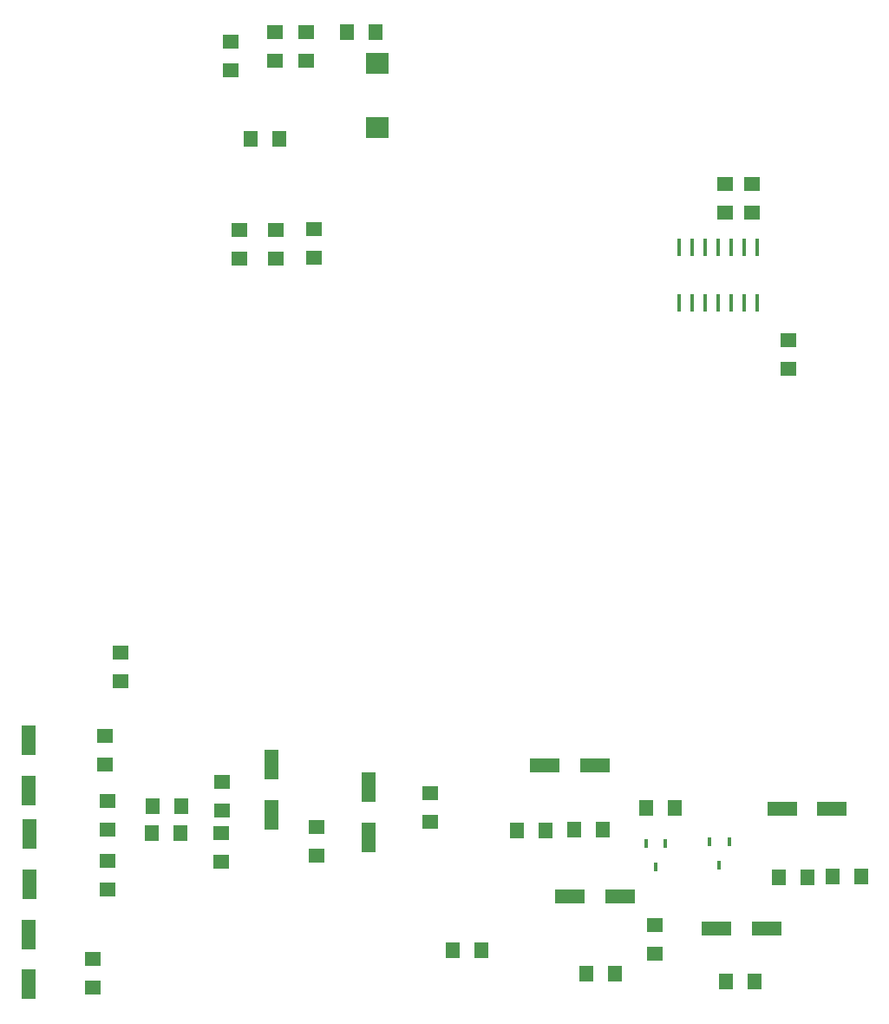
<source format=gbr>
G04 DipTrace 3.3.1.1*
G04 TopPaste.gbr*
%MOIN*%
G04 #@! TF.FileFunction,Paste,Top*
G04 #@! TF.Part,Single*
%ADD51R,0.086488X0.078614*%
%ADD53R,0.047118X0.003811*%
%ADD55R,0.015622X0.07074*%
%ADD57R,0.017591X0.033339*%
%ADD71R,0.116016X0.054992*%
%ADD73R,0.054992X0.062866*%
%ADD75R,0.062866X0.054992*%
%ADD77R,0.054992X0.116016*%
%FSLAX26Y26*%
G04*
G70*
G90*
G75*
G01*
G04 TopPaste*
%LPD*%
D77*
X1022320Y1489035D3*
Y1296122D3*
D75*
X1325904Y915542D3*
Y1025778D3*
D77*
X1025257Y1130060D3*
Y937147D3*
D75*
X1378378Y1826217D3*
Y1715980D3*
X3942112Y3028181D3*
Y2917945D3*
D73*
X1607974Y1134652D3*
X1497738D3*
D75*
X1269907Y538886D3*
Y649122D3*
D77*
X1022320Y744648D3*
Y551735D3*
D75*
X3802690Y3516362D3*
Y3626598D3*
D71*
X3918626Y1226358D3*
X4111539D3*
X3666719Y765634D3*
X3859633D3*
D73*
X3703689Y564051D3*
X3813925D3*
D71*
X3198865Y1392497D3*
X3005951D3*
X3296509Y890203D3*
X3103596D3*
D73*
X1988214Y3799562D3*
X1877978D3*
D75*
X1800407Y4174504D3*
Y4064268D3*
D73*
X2246176Y4208795D3*
X2356412D3*
D77*
X2330110Y1115955D3*
Y1308869D3*
D75*
X2567619Y1285580D3*
Y1175344D3*
D77*
X1957932Y1204891D3*
Y1397804D3*
D73*
X2653545Y683798D3*
X2763781D3*
X3276971Y591807D3*
X3166735D3*
D75*
X2128398Y1156373D3*
Y1046136D3*
D57*
X3715459Y1100018D3*
X3640656D3*
X3678058Y1009467D3*
X3470585Y1094387D3*
X3395782D3*
X3433184Y1003836D3*
D73*
X1499593Y1237192D3*
X1609829D3*
D75*
X1325236Y1255890D3*
Y1145654D3*
X1316718Y1507097D3*
Y1396861D3*
X3699198Y3516327D3*
Y3626563D3*
X1834013Y3341189D3*
Y3451425D3*
X1972693Y3338500D3*
Y3448736D3*
X2120432Y3343837D3*
Y3454073D3*
D73*
X4015438Y964336D3*
X3905202D3*
X4113157Y966386D3*
X4223394D3*
X3120499Y1145115D3*
X3230735D3*
X2899210Y1142329D3*
X3009446D3*
X3397623Y1231416D3*
X3507860D3*
D75*
X3430530Y668629D3*
Y778865D3*
X1970585Y4208795D3*
Y4098559D3*
X2088696Y4208795D3*
Y4098559D3*
X1766852Y1330978D3*
Y1220741D3*
X1762021Y1132535D3*
Y1022299D3*
D55*
X3522465Y3169911D3*
X3572465D3*
X3622465D3*
X3672465D3*
X3722465D3*
X3772465D3*
X3822465D3*
Y3382509D3*
X3772465D3*
X3722465D3*
X3672465D3*
X3622465D3*
X3572465D3*
X3522465D3*
D53*
X2075454Y3895689D3*
Y3915374D3*
Y3935059D3*
Y3954744D3*
Y3974429D3*
X1902226D3*
Y3954744D3*
Y3935059D3*
Y3915374D3*
Y3895689D3*
D51*
X2364286Y4090685D3*
Y3842654D3*
M02*

</source>
